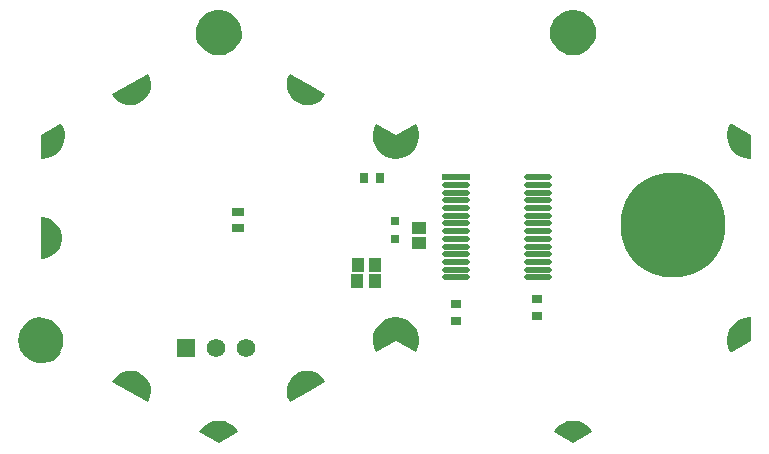
<source format=gbr>
G04*
G04 #@! TF.GenerationSoftware,Altium Limited,Altium Designer,25.8.1 (18)*
G04*
G04 Layer_Color=8388736*
%FSLAX44Y44*%
%MOMM*%
G71*
G04*
G04 #@! TF.SameCoordinates,DC2A109C-38F9-4662-A5C9-921089D2BF11*
G04*
G04*
G04 #@! TF.FilePolarity,Negative*
G04*
G01*
G75*
%ADD19R,0.8000X0.8000*%
%ADD22R,0.6587X0.8121*%
%ADD23R,0.9000X0.6500*%
G04:AMPARAMS|DCode=25|XSize=2.3528mm|YSize=0.4949mm|CornerRadius=0.2475mm|HoleSize=0mm|Usage=FLASHONLY|Rotation=0.000|XOffset=0mm|YOffset=0mm|HoleType=Round|Shape=RoundedRectangle|*
%AMROUNDEDRECTD25*
21,1,2.3528,0.0000,0,0,0.0*
21,1,1.8579,0.4949,0,0,0.0*
1,1,0.4949,0.9290,0.0000*
1,1,0.4949,-0.9290,0.0000*
1,1,0.4949,-0.9290,0.0000*
1,1,0.4949,0.9290,0.0000*
%
%ADD25ROUNDEDRECTD25*%
%ADD26R,2.3528X0.4949*%
%ADD29C,8.8900*%
G04:AMPARAMS|DCode=30|XSize=1.2032mm|YSize=1.2032mm|CornerRadius=0.6016mm|HoleSize=0mm|Usage=FLASHONLY|Rotation=90.000|XOffset=0mm|YOffset=0mm|HoleType=Round|Shape=RoundedRectangle|*
%AMROUNDEDRECTD30*
21,1,1.2032,0.0000,0,0,90.0*
21,1,0.0000,1.2032,0,0,90.0*
1,1,1.2032,0.0000,0.0000*
1,1,1.2032,0.0000,0.0000*
1,1,1.2032,0.0000,0.0000*
1,1,1.2032,0.0000,0.0000*
%
%ADD30ROUNDEDRECTD30*%
G04:AMPARAMS|DCode=31|XSize=1.2032mm|YSize=1.2032mm|CornerRadius=0.6016mm|HoleSize=0mm|Usage=FLASHONLY|Rotation=210.000|XOffset=0mm|YOffset=0mm|HoleType=Round|Shape=RoundedRectangle|*
%AMROUNDEDRECTD31*
21,1,1.2032,0.0000,0,0,210.0*
21,1,0.0000,1.2032,0,0,210.0*
1,1,1.2032,0.0000,0.0000*
1,1,1.2032,0.0000,0.0000*
1,1,1.2032,0.0000,0.0000*
1,1,1.2032,0.0000,0.0000*
%
%ADD31ROUNDEDRECTD31*%
G04:AMPARAMS|DCode=32|XSize=1.2032mm|YSize=1.2032mm|CornerRadius=0.6016mm|HoleSize=0mm|Usage=FLASHONLY|Rotation=150.000|XOffset=0mm|YOffset=0mm|HoleType=Round|Shape=RoundedRectangle|*
%AMROUNDEDRECTD32*
21,1,1.2032,0.0000,0,0,150.0*
21,1,0.0000,1.2032,0,0,150.0*
1,1,1.2032,0.0000,0.0000*
1,1,1.2032,0.0000,0.0000*
1,1,1.2032,0.0000,0.0000*
1,1,1.2032,0.0000,0.0000*
%
%ADD32ROUNDEDRECTD32*%
%ADD33R,1.0032X1.2032*%
%ADD34R,0.9900X0.7400*%
%ADD35R,1.1532X1.0032*%
%ADD36R,1.5700X1.5700*%
%ADD37C,1.5700*%
G36*
X153602Y191945D02*
X157319Y190313D01*
X160621Y187953D01*
X163369Y184964D01*
X165443Y181474D01*
X166757Y177633D01*
X167254Y173604D01*
X166912Y169559D01*
X165747Y165671D01*
X164778Y163887D01*
Y163887D01*
X147599Y173778D01*
X163910Y164387D01*
X163116Y162923D01*
X161034Y160324D01*
X158522Y158138D01*
X155660Y156435D01*
X152541Y155268D01*
X149264Y154675D01*
X145934D01*
X142657Y155268D01*
X139538Y156435D01*
X136677Y158138D01*
X134165Y160324D01*
X132082Y162923D01*
X131289Y164387D01*
X130421Y163887D01*
X129452Y165671D01*
X128287Y169559D01*
X127945Y173604D01*
X128442Y177633D01*
X129755Y181474D01*
X131830Y184964D01*
X134577Y187953D01*
X137880Y190313D01*
X141597Y191945D01*
X145570Y192779D01*
X149629D01*
X153602Y191945D01*
D02*
G37*
G36*
X-146397D02*
X-142680Y190313D01*
X-139378Y187953D01*
X-136631Y184964D01*
X-134556Y181474D01*
X-133243Y177633D01*
X-132746Y173604D01*
X-133087Y169559D01*
X-134252Y165671D01*
X-135222Y163887D01*
Y163887D01*
X-152400Y173778D01*
X-136089Y164387D01*
X-136883Y162923D01*
X-138966Y160324D01*
X-141478Y158138D01*
X-144339Y156435D01*
X-147458Y155268D01*
X-150735Y154675D01*
X-154065D01*
X-157342Y155268D01*
X-160461Y156435D01*
X-163322Y158138D01*
X-165834Y160324D01*
X-167917Y162923D01*
X-168711Y164387D01*
X-169578Y163887D01*
X-170548Y165671D01*
X-171713Y169559D01*
X-172054Y173604D01*
X-171558Y177633D01*
X-170244Y181474D01*
X-168169Y184964D01*
X-165422Y187953D01*
X-162120Y190313D01*
X-158403Y191945D01*
X-154430Y192779D01*
X-150370D01*
X-146397Y191945D01*
D02*
G37*
G36*
X-92289Y139060D02*
X-92277Y139080D01*
X-77174Y130346D01*
X-62065Y121637D01*
X-62076Y121617D01*
X-62023Y121586D01*
X-62856Y120043D01*
X-65104Y117351D01*
X-67840Y115159D01*
X-70958Y113554D01*
X-74333Y112600D01*
X-77829Y112336D01*
X-81309Y112771D01*
X-84633Y113888D01*
X-86165Y114774D01*
X-87704Y115661D01*
X-90333Y117981D01*
X-92450Y120777D01*
X-93969Y123937D01*
X-94830Y127337D01*
X-94999Y130839D01*
X-94469Y134305D01*
X-93261Y137598D01*
X-92343Y139091D01*
X-92289Y139060D01*
D02*
G37*
G36*
X-211602Y137587D02*
X-210390Y134297D01*
X-209856Y130831D01*
X-210020Y127328D01*
X-210877Y123928D01*
X-212392Y120765D01*
X-214505Y117967D01*
X-217131Y115644D01*
X-220167Y113888D01*
X-223491Y112771D01*
X-226971Y112336D01*
X-230467Y112600D01*
X-233842Y113554D01*
X-236960Y115159D01*
X-239697Y117351D01*
X-241944Y120043D01*
X-242778Y121586D01*
X-242778D01*
X-212523Y139080D01*
X-211602Y137587D01*
D02*
G37*
G36*
X-285740Y96820D02*
D01*
X-285740D01*
X-285740D01*
D02*
G37*
G36*
X-284825Y95325D02*
X-283556Y92057D01*
X-282889Y88616D01*
X-282844Y85111D01*
X-283423Y81654D01*
X-284608Y78355D01*
X-286361Y75319D01*
X-288626Y72643D01*
X-291330Y70413D01*
X-294388Y68700D01*
X-297702Y67557D01*
X-301166Y67023D01*
X-302918Y67067D01*
X-302917Y68069D01*
X-302920Y68069D01*
Y68069D01*
X-302897Y86890D01*
X-286609Y96320D01*
X-286608Y96318D01*
X-285740Y96820D01*
X-284825Y95325D01*
D02*
G37*
G36*
X281810Y96269D02*
X281842Y96320D01*
X281842D01*
X298130Y86890D01*
X298152Y68069D01*
X298099Y68068D01*
Y67106D01*
X296351Y67059D01*
X292893Y67589D01*
X289584Y68726D01*
X286530Y70432D01*
X283828Y72655D01*
X281565Y75323D01*
X279812Y78351D01*
X278626Y81642D01*
X278044Y85092D01*
X278084Y88590D01*
X278747Y92025D01*
X280009Y95288D01*
X280921Y96781D01*
Y96781D01*
X281810Y96269D01*
D02*
G37*
G36*
X-2400Y87176D02*
X14278Y96781D01*
X15189Y95288D01*
X16452Y92025D01*
X17114Y88590D01*
X17155Y85092D01*
X16573Y81642D01*
X15387Y78351D01*
X13634Y75323D01*
X11371Y72655D01*
X8669Y70432D01*
X5615Y68726D01*
X2306Y67589D01*
X-1152Y67059D01*
X-2400Y67093D01*
X-3649Y67059D01*
X-7107Y67589D01*
X-10416Y68726D01*
X-13470Y70432D01*
X-16171Y72655D01*
X-18435Y75323D01*
X-20187Y78351D01*
X-21374Y81642D01*
X-21956Y85092D01*
X-21915Y88590D01*
X-21253Y92025D01*
X-19990Y95288D01*
X-19079Y96781D01*
Y96781D01*
X-2400Y87176D01*
D02*
G37*
G36*
X-297687Y16945D02*
X-294415Y15672D01*
X-291462Y13774D01*
X-288944Y11327D01*
X-286963Y8429D01*
X-285596Y5196D01*
X-284899Y1755D01*
Y-1755D01*
X-285596Y-5196D01*
X-286963Y-8429D01*
X-288944Y-11327D01*
X-291462Y-13774D01*
X-294415Y-15672D01*
X-297687Y-16945D01*
X-297715Y-16950D01*
X-297726Y-16954D01*
X-301181Y-17554D01*
X-302934Y-17505D01*
X-302934D01*
X-302957Y17443D01*
X-302900Y17444D01*
Y17493D01*
X-301146Y17544D01*
X-297687Y16945D01*
D02*
G37*
G36*
X2306Y-67589D02*
X5615Y-68726D01*
X8669Y-70432D01*
X11371Y-72655D01*
X13634Y-75323D01*
X15387Y-78351D01*
X16573Y-81642D01*
X17155Y-85092D01*
X17114Y-88590D01*
X16452Y-92025D01*
X15189Y-95288D01*
X14278Y-96781D01*
X-2400Y-87176D01*
X-19079Y-96781D01*
X-19990Y-95288D01*
X-21253Y-92025D01*
X-21915Y-88590D01*
X-21956Y-85092D01*
X-21374Y-81642D01*
X-20187Y-78351D01*
X-18435Y-75323D01*
X-16171Y-72655D01*
X-13470Y-70432D01*
X-10416Y-68726D01*
X-7107Y-67589D01*
X-3649Y-67059D01*
X-2400Y-67093D01*
X-1152Y-67059D01*
X2306Y-67589D01*
D02*
G37*
G36*
X298099Y-67106D02*
Y-68068D01*
X298152Y-68069D01*
X298152Y-68069D01*
X298130Y-86890D01*
X281842Y-96320D01*
X281810Y-96269D01*
X280921Y-96781D01*
X280009Y-95288D01*
X278747Y-92025D01*
X278084Y-88590D01*
X278044Y-85092D01*
X278626Y-81642D01*
X279812Y-78351D01*
X281565Y-75323D01*
X283828Y-72655D01*
X286530Y-70432D01*
X289584Y-68726D01*
X292893Y-67589D01*
X296351Y-67059D01*
X298099Y-67106D01*
D02*
G37*
G36*
X14278Y-96781D02*
X14278D01*
D01*
X14278D01*
D02*
G37*
G36*
X-302917Y-68069D02*
X-301255Y-68025D01*
X-297964Y-68529D01*
X-294814Y-69612D01*
X-291908Y-71238D01*
X-289338Y-73355D01*
X-287186Y-75897D01*
X-285521Y-78781D01*
X-284396Y-81915D01*
X-283847Y-85200D01*
X-283892Y-88529D01*
X-284529Y-91798D01*
X-285738Y-94901D01*
X-286608Y-96318D01*
X-285740Y-96820D01*
X-286800Y-98551D01*
X-289585Y-101504D01*
X-292917Y-103823D01*
X-296655Y-105407D01*
X-300638Y-106190D01*
X-304697Y-106138D01*
X-308659Y-105253D01*
X-312354Y-103574D01*
X-315626Y-101171D01*
X-318335Y-98147D01*
X-320365Y-94632D01*
X-321629Y-90774D01*
X-322074Y-86740D01*
X-321681Y-82699D01*
X-320466Y-78826D01*
X-318482Y-75285D01*
X-315812Y-72226D01*
X-312571Y-69782D01*
X-308898Y-68055D01*
X-304947Y-67120D01*
X-302918Y-67067D01*
X-302918Y-67067D01*
X-302917Y-68069D01*
D02*
G37*
G36*
X-74333Y-112600D02*
X-70958Y-113554D01*
X-67840Y-115159D01*
X-65104Y-117351D01*
X-62856Y-120043D01*
X-62023Y-121586D01*
D01*
Y-121586D01*
X-77150Y-130333D01*
X-92277Y-139080D01*
X-93198Y-137587D01*
X-94410Y-134297D01*
X-94944Y-130831D01*
X-94780Y-127329D01*
X-93923Y-123928D01*
X-92408Y-120766D01*
X-90295Y-117967D01*
X-87669Y-115644D01*
X-84633Y-113888D01*
X-81309Y-112771D01*
X-77829Y-112336D01*
X-74333Y-112600D01*
D02*
G37*
G36*
X-223491Y-112771D02*
X-220167Y-113888D01*
X-218636Y-114774D01*
X-217097Y-115661D01*
X-214467Y-117981D01*
X-212350Y-120777D01*
X-210831Y-123937D01*
X-209970Y-127337D01*
X-209801Y-130839D01*
X-210331Y-134305D01*
X-211539Y-137598D01*
X-212457Y-139091D01*
D01*
X-212457Y-139091D01*
X-212457Y-139091D01*
X-212511Y-139060D01*
X-212523Y-139080D01*
D01*
X-212523Y-139080D01*
X-212523Y-139080D01*
X-227626Y-130346D01*
X-242735Y-121637D01*
X-242724Y-121617D01*
X-242778Y-121586D01*
X-241944Y-120043D01*
X-239697Y-117351D01*
X-236960Y-115159D01*
X-233842Y-113554D01*
X-230467Y-112600D01*
X-226971Y-112336D01*
X-223491Y-112771D01*
D02*
G37*
G36*
X152541Y-155268D02*
X155660Y-156435D01*
X158522Y-158139D01*
X161034Y-160324D01*
X163116Y-162923D01*
X163910Y-164387D01*
X147599Y-173778D01*
X131289Y-164387D01*
X132082Y-162923D01*
X134165Y-160324D01*
X136677Y-158139D01*
X139538Y-156435D01*
X142657Y-155268D01*
X145934Y-154675D01*
X149264D01*
X152541Y-155268D01*
D02*
G37*
G36*
X-147458D02*
X-144339Y-156435D01*
X-141478Y-158139D01*
X-138966Y-160324D01*
X-136883Y-162923D01*
X-136089Y-164387D01*
X-152400Y-173778D01*
X-168711Y-164387D01*
X-167917Y-162923D01*
X-165834Y-160324D01*
X-163322Y-158139D01*
X-160461Y-156435D01*
X-157342Y-155268D01*
X-154065Y-154675D01*
X-150735D01*
X-147458Y-155268D01*
D02*
G37*
D19*
X-2742Y14138D02*
D03*
Y-862D02*
D03*
D22*
X-28991Y50896D02*
D03*
X-15457D02*
D03*
D23*
X117109Y-65996D02*
D03*
Y-51496D02*
D03*
X48531Y-70152D02*
D03*
Y-55652D02*
D03*
D25*
X117849Y51225D02*
D03*
Y44725D02*
D03*
Y38225D02*
D03*
Y31725D02*
D03*
Y25225D02*
D03*
Y18725D02*
D03*
Y12225D02*
D03*
Y5725D02*
D03*
Y-775D02*
D03*
Y-7275D02*
D03*
Y-13775D02*
D03*
Y-20275D02*
D03*
Y-26775D02*
D03*
Y-33275D02*
D03*
X48346D02*
D03*
Y-26775D02*
D03*
Y-20275D02*
D03*
Y-13775D02*
D03*
Y-7275D02*
D03*
Y-775D02*
D03*
Y5725D02*
D03*
Y12225D02*
D03*
Y18725D02*
D03*
Y25225D02*
D03*
Y31725D02*
D03*
Y38225D02*
D03*
Y44725D02*
D03*
D26*
Y51225D02*
D03*
D29*
X231803Y10668D02*
D03*
D30*
X-1679Y77521D02*
D03*
Y-77521D02*
D03*
X-223901Y123901D02*
D03*
X-80899Y-123901D02*
D03*
X-152400Y-165199D02*
D03*
X147599Y165199D02*
D03*
Y-165199D02*
D03*
X-152400Y165199D02*
D03*
D31*
X-295468Y-82601D02*
D03*
X-223901Y-123901D02*
D03*
X-80899Y123901D02*
D03*
X290700Y82601D02*
D03*
D32*
X-295501Y0D02*
D03*
X290700Y-82601D02*
D03*
X-295468Y82601D02*
D03*
D33*
X-20201Y-36442D02*
D03*
X-35201D02*
D03*
X-34801Y-23043D02*
D03*
X-19801D02*
D03*
D34*
X-136248Y22280D02*
D03*
Y8280D02*
D03*
D35*
X17551Y8292D02*
D03*
Y-4208D02*
D03*
D36*
X-179978Y-93003D02*
D03*
D37*
X-154578D02*
D03*
X-129178D02*
D03*
M02*

</source>
